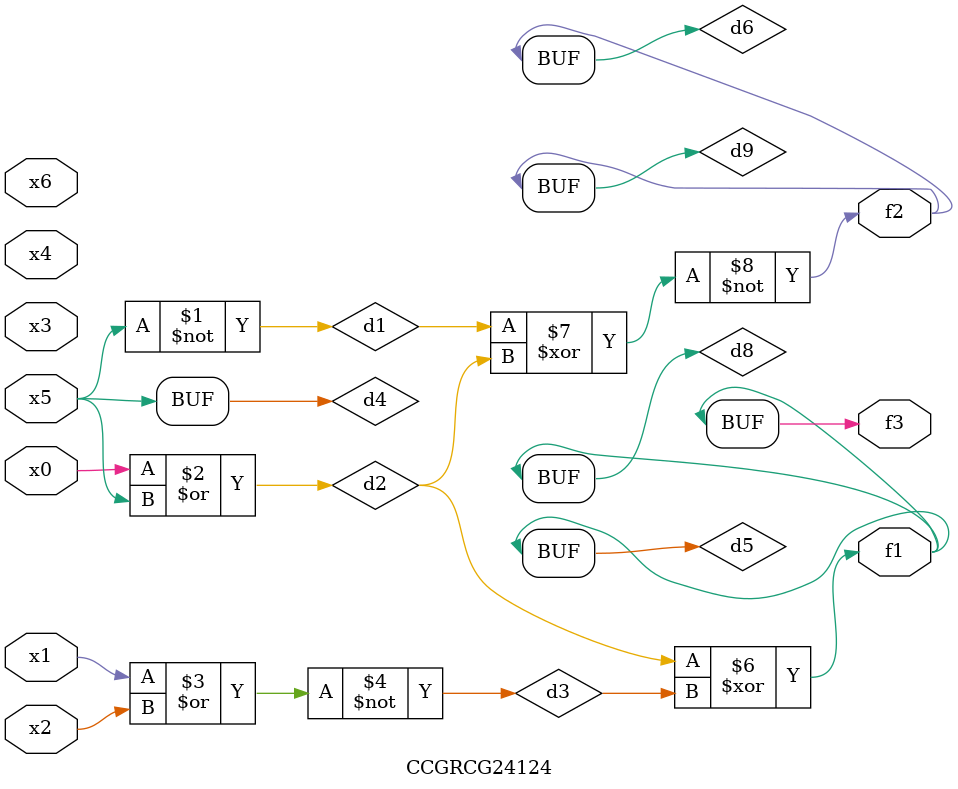
<source format=v>
module CCGRCG24124(
	input x0, x1, x2, x3, x4, x5, x6,
	output f1, f2, f3
);

	wire d1, d2, d3, d4, d5, d6, d7, d8, d9;

	nand (d1, x5);
	or (d2, x0, x5);
	nor (d3, x1, x2);
	xnor (d4, d1);
	xor (d5, d2, d3);
	xnor (d6, d1, d2);
	not (d7, x4);
	buf (d8, d5);
	xor (d9, d6);
	assign f1 = d8;
	assign f2 = d9;
	assign f3 = d8;
endmodule

</source>
